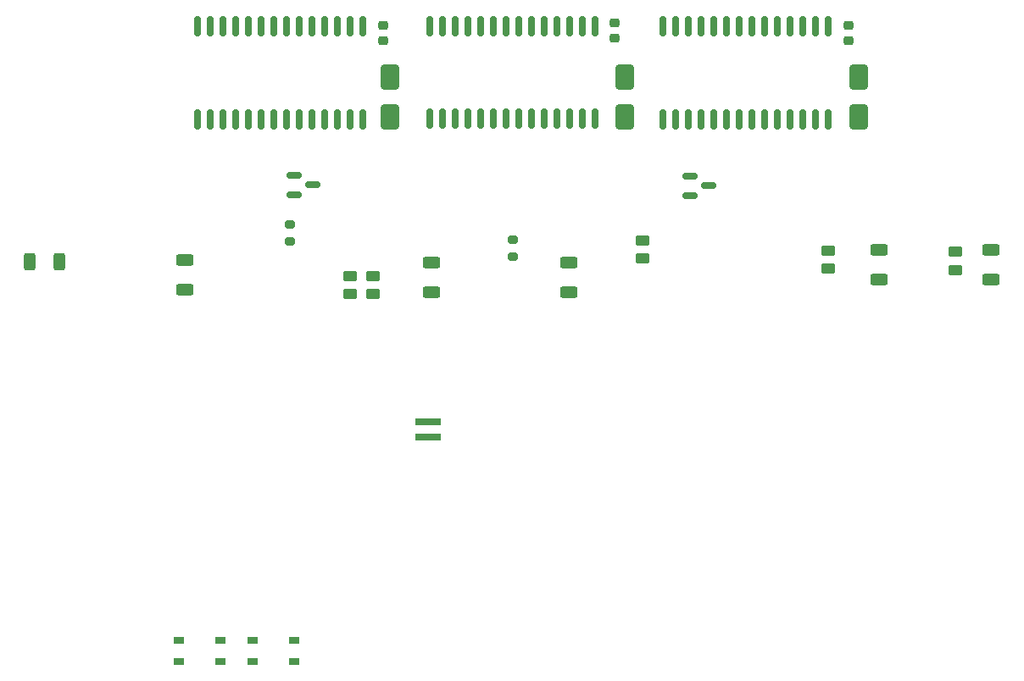
<source format=gbp>
%TF.GenerationSoftware,KiCad,Pcbnew,(7.0.0)*%
%TF.CreationDate,2023-08-29T20:45:16+09:00*%
%TF.ProjectId,IN-16_Nixie_Clock,494e2d31-365f-44e6-9978-69655f436c6f,rev?*%
%TF.SameCoordinates,Original*%
%TF.FileFunction,Paste,Bot*%
%TF.FilePolarity,Positive*%
%FSLAX46Y46*%
G04 Gerber Fmt 4.6, Leading zero omitted, Abs format (unit mm)*
G04 Created by KiCad (PCBNEW (7.0.0)) date 2023-08-29 20:45:16*
%MOMM*%
%LPD*%
G01*
G04 APERTURE LIST*
G04 Aperture macros list*
%AMRoundRect*
0 Rectangle with rounded corners*
0 $1 Rounding radius*
0 $2 $3 $4 $5 $6 $7 $8 $9 X,Y pos of 4 corners*
0 Add a 4 corners polygon primitive as box body*
4,1,4,$2,$3,$4,$5,$6,$7,$8,$9,$2,$3,0*
0 Add four circle primitives for the rounded corners*
1,1,$1+$1,$2,$3*
1,1,$1+$1,$4,$5*
1,1,$1+$1,$6,$7*
1,1,$1+$1,$8,$9*
0 Add four rect primitives between the rounded corners*
20,1,$1+$1,$2,$3,$4,$5,0*
20,1,$1+$1,$4,$5,$6,$7,0*
20,1,$1+$1,$6,$7,$8,$9,0*
20,1,$1+$1,$8,$9,$2,$3,0*%
G04 Aperture macros list end*
%ADD10R,2.500000X0.800000*%
%ADD11R,1.050000X0.650000*%
%ADD12RoundRect,0.250000X-0.625000X0.312500X-0.625000X-0.312500X0.625000X-0.312500X0.625000X0.312500X0*%
%ADD13RoundRect,0.250000X0.650000X-1.000000X0.650000X1.000000X-0.650000X1.000000X-0.650000X-1.000000X0*%
%ADD14RoundRect,0.150000X-0.587500X-0.150000X0.587500X-0.150000X0.587500X0.150000X-0.587500X0.150000X0*%
%ADD15RoundRect,0.150000X0.150000X-0.875000X0.150000X0.875000X-0.150000X0.875000X-0.150000X-0.875000X0*%
%ADD16RoundRect,0.225000X-0.250000X0.225000X-0.250000X-0.225000X0.250000X-0.225000X0.250000X0.225000X0*%
%ADD17RoundRect,0.250000X-0.312500X-0.625000X0.312500X-0.625000X0.312500X0.625000X-0.312500X0.625000X0*%
%ADD18RoundRect,0.250000X-0.450000X0.262500X-0.450000X-0.262500X0.450000X-0.262500X0.450000X0.262500X0*%
%ADD19RoundRect,0.200000X-0.275000X0.200000X-0.275000X-0.200000X0.275000X-0.200000X0.275000X0.200000X0*%
G04 APERTURE END LIST*
D10*
%TO.C,BT1*%
X91619999Y-88911999D03*
X91619999Y-90411999D03*
%TD*%
D11*
%TO.C,SW4*%
X74124999Y-112834999D03*
X78274999Y-112834999D03*
X74124999Y-110684999D03*
X78274999Y-110684999D03*
%TD*%
D12*
%TO.C,R2*%
X147828000Y-71689500D03*
X147828000Y-74614500D03*
%TD*%
D13*
%TO.C,D3*%
X134620000Y-58388000D03*
X134620000Y-54388000D03*
%TD*%
D14*
%TO.C,Q1*%
X78262500Y-66150000D03*
X78262500Y-64250000D03*
X80137500Y-65200000D03*
%TD*%
D15*
%TO.C,U1*%
X85090000Y-58650000D03*
X83820000Y-58650000D03*
X82550000Y-58650000D03*
X81280000Y-58650000D03*
X80010000Y-58650000D03*
X78740000Y-58650000D03*
X77470000Y-58650000D03*
X76200000Y-58650000D03*
X74930000Y-58650000D03*
X73660000Y-58650000D03*
X72390000Y-58650000D03*
X71120000Y-58650000D03*
X69850000Y-58650000D03*
X68580000Y-58650000D03*
X68580000Y-49350000D03*
X69850000Y-49350000D03*
X71120000Y-49350000D03*
X72390000Y-49350000D03*
X73660000Y-49350000D03*
X74930000Y-49350000D03*
X76200000Y-49350000D03*
X77470000Y-49350000D03*
X78740000Y-49350000D03*
X80010000Y-49350000D03*
X81280000Y-49350000D03*
X82550000Y-49350000D03*
X83820000Y-49350000D03*
X85090000Y-49350000D03*
%TD*%
D12*
%TO.C,R4*%
X91948000Y-72959500D03*
X91948000Y-75884500D03*
%TD*%
D16*
%TO.C,C8*%
X87122000Y-49263000D03*
X87122000Y-50813000D03*
%TD*%
D17*
%TO.C,R12*%
X51877500Y-72898000D03*
X54802500Y-72898000D03*
%TD*%
D15*
%TO.C,U5*%
X108300000Y-58600000D03*
X107030000Y-58600000D03*
X105760000Y-58600000D03*
X104490000Y-58600000D03*
X103220000Y-58600000D03*
X101950000Y-58600000D03*
X100680000Y-58600000D03*
X99410000Y-58600000D03*
X98140000Y-58600000D03*
X96870000Y-58600000D03*
X95600000Y-58600000D03*
X94330000Y-58600000D03*
X93060000Y-58600000D03*
X91790000Y-58600000D03*
X91790000Y-49300000D03*
X93060000Y-49300000D03*
X94330000Y-49300000D03*
X95600000Y-49300000D03*
X96870000Y-49300000D03*
X98140000Y-49300000D03*
X99410000Y-49300000D03*
X100680000Y-49300000D03*
X101950000Y-49300000D03*
X103220000Y-49300000D03*
X104490000Y-49300000D03*
X105760000Y-49300000D03*
X107030000Y-49300000D03*
X108300000Y-49300000D03*
%TD*%
D13*
%TO.C,D1*%
X87859000Y-58388000D03*
X87859000Y-54388000D03*
%TD*%
D14*
%TO.C,Q2*%
X117759000Y-66228000D03*
X117759000Y-64328000D03*
X119634000Y-65278000D03*
%TD*%
D12*
%TO.C,R5*%
X105664000Y-72959500D03*
X105664000Y-75884500D03*
%TD*%
D11*
%TO.C,SW5*%
X66758999Y-112834999D03*
X70908999Y-112834999D03*
X66758999Y-110684999D03*
X70908999Y-110684999D03*
%TD*%
D18*
%TO.C,R13*%
X144272000Y-71882000D03*
X144272000Y-73707000D03*
%TD*%
D16*
%TO.C,C11*%
X133604000Y-49263000D03*
X133604000Y-50813000D03*
%TD*%
D19*
%TO.C,R15*%
X100076000Y-70675000D03*
X100076000Y-72325000D03*
%TD*%
%TO.C,R3*%
X77800000Y-69175000D03*
X77800000Y-70825000D03*
%TD*%
D16*
%TO.C,C10*%
X110236000Y-49009000D03*
X110236000Y-50559000D03*
%TD*%
D18*
%TO.C,R10*%
X113030000Y-70715500D03*
X113030000Y-72540500D03*
%TD*%
%TO.C,R17*%
X131572000Y-71731500D03*
X131572000Y-73556500D03*
%TD*%
D13*
%TO.C,D2*%
X111252000Y-58388000D03*
X111252000Y-54388000D03*
%TD*%
D18*
%TO.C,R9*%
X86106000Y-74271500D03*
X86106000Y-76096500D03*
%TD*%
D12*
%TO.C,R1*%
X136652000Y-71689500D03*
X136652000Y-74614500D03*
%TD*%
%TO.C,R14*%
X67310000Y-72705500D03*
X67310000Y-75630500D03*
%TD*%
D15*
%TO.C,U6*%
X131572000Y-58674000D03*
X130302000Y-58674000D03*
X129032000Y-58674000D03*
X127762000Y-58674000D03*
X126492000Y-58674000D03*
X125222000Y-58674000D03*
X123952000Y-58674000D03*
X122682000Y-58674000D03*
X121412000Y-58674000D03*
X120142000Y-58674000D03*
X118872000Y-58674000D03*
X117602000Y-58674000D03*
X116332000Y-58674000D03*
X115062000Y-58674000D03*
X115062000Y-49374000D03*
X116332000Y-49374000D03*
X117602000Y-49374000D03*
X118872000Y-49374000D03*
X120142000Y-49374000D03*
X121412000Y-49374000D03*
X122682000Y-49374000D03*
X123952000Y-49374000D03*
X125222000Y-49374000D03*
X126492000Y-49374000D03*
X127762000Y-49374000D03*
X129032000Y-49374000D03*
X130302000Y-49374000D03*
X131572000Y-49374000D03*
%TD*%
D18*
%TO.C,R11*%
X83820000Y-74271500D03*
X83820000Y-76096500D03*
%TD*%
M02*

</source>
